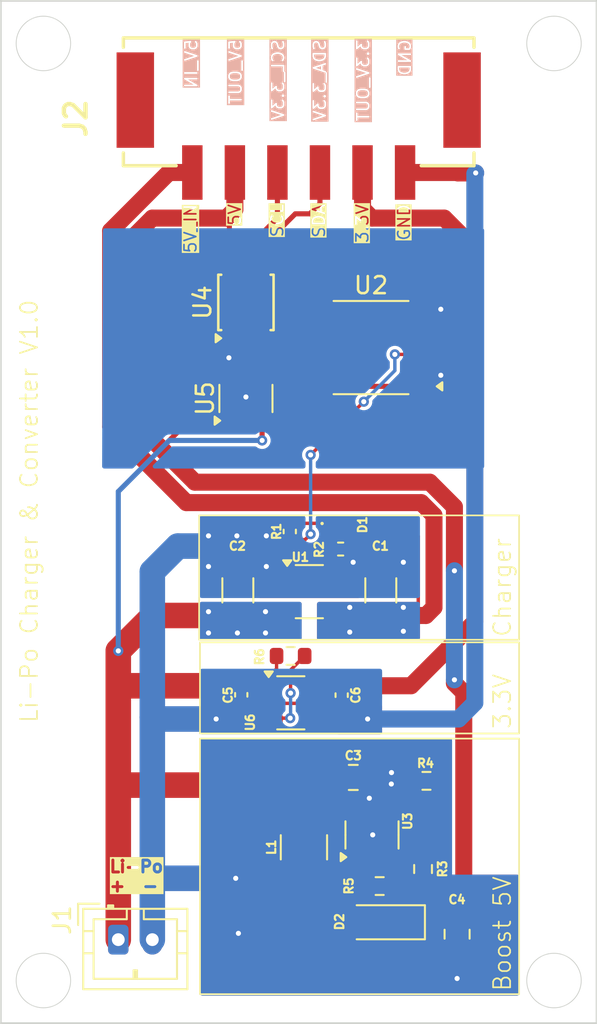
<source format=kicad_pcb>
(kicad_pcb (version 20241229) (generator "pcbnew") (generator_version "9.0")
  (layers (0 "F.Cu" signal) (2 "B.Cu" signal) (13 "F.Paste" user) (15 "B.Paste" user) (5 "F.SilkS" user "F.Silkscreen") (7 "B.SilkS" user "B.Silkscreen") (1 "F.Mask" user) (3 "B.Mask" user) (25 "Edge.Cuts" user))
  (net 0 "")
  (net 1 "Vbat")
  (net 2 "GND")
  (net 3 "3.3V")
  (net 4 "Charging_Status")
  (net 5 "SDA 3.3V")
  (net 6 "SCL 3.3V")
  (net 7 "5V")
  (net 8 "5V Charger")
  (net 11 "Net-(D1-K)")
  (net 12 "Net-(U1-PROG)")
  (net 21 "Net-(U3-SW)")
  (net 22 "Net-(U3-FB)")
  (net 23 "Net-(U6-EN)")
  (net 24 "Net-(U4-SCLA)")
  (net 25 "Net-(U4-SDAA)")
  (footprint "Resistor_SMD:R_0603_1608Metric" (layer "F.Cu") (at 109.5575 71.955 -90)
    (property "Reference" "R3" (at -0.005 -1.1425 90) (layer "F.SilkS") (effects (font (size 0.5 0.5) (thickness 0.125))))
    (property "Value" "5.62KΩ")
    (fp_line (start -0.237258 0.5225) (end 0.237258 0.5225) (stroke (width 0.12)) (layer "F.SilkS"))
    (fp_line (start -0.237258 -0.5225) (end 0.237258 -0.5225) (stroke (width 0.12)) (layer "F.SilkS"))
    (pad "1" smd roundrect (at -0.825 0 270) (size 0.8 0.95) (layers "F.Cu" "F.Mask" "F.Paste") (net 22 "Net-(U3-FB)"))
    (pad "2" smd roundrect (at 0.825 0 270) (size 0.8 0.95) (layers "F.Cu" "F.Mask" "F.Paste") (net 7 "5V"))
  )
  (footprint "Package_SO:TSSOP-16_4.4x5mm_P0.65mm" (layer "F.Cu") (at 106.5 41.35 180)
    (property "Reference" "U2" (at 0 3.65 0) (layer "F.SilkS"))
    (property "Value" "PCA6408APW_118")
    (fp_line (start 0 2.735) (end 2.2 2.735) (stroke (width 0.12)) (layer "F.SilkS"))
    (fp_line (start 0 2.735) (end -2.2 2.735) (stroke (width 0.12)) (layer "F.SilkS"))
    (fp_line (start 0 -2.735) (end 2.2 -2.735) (stroke (width 0.12)) (layer "F.SilkS"))
    (fp_line (start 0 -2.735) (end -2.2 -2.735) (stroke (width 0.12)) (layer "F.SilkS"))
    (fp_poly (pts (xy -3.86 -2.275) (xy -4.19 -2.515) (xy -4.19 -2.035) (xy -3.86 -2.275)) (stroke (width 0.12)) (fill yes) (layer "F.SilkS"))
    (pad "1" smd roundrect (at -2.8625 -2.275 180) (size 1.475 0.4) (layers "F.Cu" "F.Mask" "F.Paste") (net 3 "3.3V"))
    (pad "2" smd roundrect (at -2.8625 -1.625 180) (size 1.475 0.4) (layers "F.Cu" "F.Mask" "F.Paste") (net 2 "GND"))
    (pad "3" smd roundrect (at -2.8625 -0.975 180) (size 1.475 0.4) (layers "F.Cu" "F.Mask" "F.Paste") (net 3 "3.3V"))
    (pad "4" smd roundrect (at -2.8625 -0.325 180) (size 1.475 0.4) (layers "F.Cu" "F.Mask" "F.Paste") (net 4 "Charging_Status"))
    (pad "5" smd roundrect (at -2.8625 0.325 180) (size 1.475 0.4) (layers "F.Cu" "F.Mask" "F.Paste"))
    (pad "6" smd roundrect (at -2.8625 0.975 180) (size 1.475 0.4) (layers "F.Cu" "F.Mask" "F.Paste"))
    (pad "7" smd roundrect (at -2.8625 1.625 180) (size 1.475 0.4) (layers "F.Cu" "F.Mask" "F.Paste"))
    (pad "8" smd roundrect (at -2.8625 2.275 180) (size 1.475 0.4) (layers "F.Cu" "F.Mask" "F.Paste") (net 2 "GND"))
    (pad "9" smd roundrect (at 2.8625 2.275 180) (size 1.475 0.4) (layers "F.Cu" "F.Mask" "F.Paste"))
    (pad "10" smd roundrect (at 2.8625 1.625 180) (size 1.475 0.4) (layers "F.Cu" "F.Mask" "F.Paste"))
    (pad "11" smd roundrect (at 2.8625 0.975 180) (size 1.475 0.4) (layers "F.Cu" "F.Mask" "F.Paste"))
    (pad "12" smd roundrect (at 2.8625 0.325 180) (size 1.475 0.4) (layers "F.Cu" "F.Mask" "F.Paste"))
    (pad "13" smd roundrect (at 2.8625 -0.325 180) (size 1.475 0.4) (layers "F.Cu" "F.Mask" "F.Paste"))
    (pad "14" smd roundrect (at 2.8625 -0.975 180) (size 1.475 0.4) (layers "F.Cu" "F.Mask" "F.Paste") (net 6 "SCL 3.3V"))
    (pad "15" smd roundrect (at 2.8625 -1.625 180) (size 1.475 0.4) (layers "F.Cu" "F.Mask" "F.Paste") (net 5 "SDA 3.3V"))
    (pad "16" smd roundrect (at 2.8625 -2.275 180) (size 1.475 0.4) (layers "F.Cu" "F.Mask" "F.Paste") (net 3 "3.3V"))
  )
  (footprint "Resistor_SMD:R_0603_1608Metric" (layer "F.Cu") (at 107.0075 72.955 180)
    (property "Reference" "R5" (at 1.8075 0.005 90) (layer "F.SilkS") (effects (font (size 0.5 0.5) (thickness 0.125))))
    (property "Value" "1.87KΩ")
    (fp_line (start -0.237258 0.5225) (end 0.237258 0.5225) (stroke (width 0.12)) (layer "F.SilkS"))
    (fp_line (start -0.237258 -0.5225) (end 0.237258 -0.5225) (stroke (width 0.12)) (layer "F.SilkS"))
    (pad "1" smd roundrect (at -0.825 0 180) (size 0.8 0.95) (layers "F.Cu" "F.Mask" "F.Paste") (net 22 "Net-(U3-FB)"))
    (pad "2" smd roundrect (at 0.825 0 180) (size 0.8 0.95) (layers "F.Cu" "F.Mask" "F.Paste") (net 2 "GND"))
  )
  (footprint "Resistor_SMD:R_0603_1608Metric" (layer "F.Cu") (at 101.775 59.45)
    (property "Reference" "R6" (at -1.825 0.05 90) (layer "F.SilkS") (effects (font (size 0.5 0.5) (thickness 0.125))))
    (property "Value" "10KΩ")
    (fp_line (start -0.237258 -0.5225) (end 0.237258 -0.5225) (stroke (width 0.12)) (layer "F.SilkS"))
    (fp_line (start -0.237258 0.5225) (end 0.237258 0.5225) (stroke (width 0.12)) (layer "F.SilkS"))
    (pad "1" smd roundrect (at -0.825 0) (size 0.8 0.95) (layers "F.Cu" "F.Mask" "F.Paste") (net 1 "Vbat"))
    (pad "2" smd roundrect (at 0.825 0) (size 0.8 0.95) (layers "F.Cu" "F.Mask" "F.Paste") (net 23 "Net-(U6-EN)"))
  )
  (footprint "Package_TO_SOT_SMD:TSOT-23-5" (layer "F.Cu") (at 106.5575 69.955 90)
    (property "Reference" "U3" (at 0.805 2.0925 90) (layer "F.SilkS") (effects (font (size 0.5 0.5) (thickness 0.125))))
    (property "Value" "MIC2288YD5-TR")
    (fp_line (start 0 -1.56) (end 0.8 -1.56) (stroke (width 0.12)) (layer "F.SilkS"))
    (fp_line (start 0 -1.56) (end -0.8 -1.56) (stroke (width 0.12)) (layer "F.SilkS"))
    (fp_line (start 0 1.56) (end 0.8 1.56) (stroke (width 0.12)) (layer "F.SilkS"))
    (fp_line (start 0 1.56) (end -0.8 1.56) (stroke (width 0.12)) (layer "F.SilkS"))
    (fp_poly (pts (xy -1.3 -1.51) (xy -1.54 -1.84) (xy -1.06 -1.84) (xy -1.3 -1.51)) (stroke (width 0.12)) (fill yes) (layer "F.SilkS"))
    (pad "1" smd roundrect (at -1.1375 -0.95 90) (size 1.325 0.6) (layers "F.Cu" "F.Mask" "F.Paste") (net 21 "Net-(U3-SW)"))
    (pad "2" smd roundrect (at -1.1375 0 90) (size 1.325 0.6) (layers "F.Cu" "F.Mask" "F.Paste") (net 2 "GND"))
    (pad "3" smd roundrect (at -1.1375 0.95 90) (size 1.325 0.6) (layers "F.Cu" "F.Mask" "F.Paste") (net 22 "Net-(U3-FB)"))
    (pad "4" smd roundrect (at 1.1375 0.95 90) (size 1.325 0.6) (layers "F.Cu" "F.Mask" "F.Paste") (net 1 "Vbat"))
    (pad "5" smd roundrect (at 1.1375 -0.95 90) (size 1.325 0.6) (layers "F.Cu" "F.Mask" "F.Paste") (net 1 "Vbat"))
  )
  (footprint "Capacitor_SMD:C_0805_2012Metric" (layer "F.Cu") (at 105.4575 66.58)
    (property "Reference" "C3" (at 0 -1.28 0) (layer "F.SilkS") (effects (font (size 0.5 0.5) (thickness 0.125))))
    (property "Value" "4.7uF 6.3V")
    (fp_line (start -0.261252 -0.735) (end 0.261252 -0.735) (stroke (width 0.12)) (layer "F.SilkS"))
    (fp_line (start -0.261252 0.735) (end 0.261252 0.735) (stroke (width 0.12)) (layer "F.SilkS"))
    (pad "1" smd roundrect (at -0.95 0) (size 1 1.45) (layers "F.Cu" "F.Mask" "F.Paste") (net 1 "Vbat"))
    (pad "2" smd roundrect (at 0.95 0) (size 1 1.45) (layers "F.Cu" "F.Mask" "F.Paste") (net 2 "GND"))
  )
  (footprint "Resistor_SMD:R_0402_1005Metric" (layer "F.Cu") (at 104.715 53.175)
    (property "Reference" "R2" (at -1.265 0.025 90) (layer "F.SilkS") (effects (font (size 0.5 0.5) (thickness 0.125))))
    (property "Value" "2K")
    (fp_line (start -0.153641 -0.38) (end 0.153641 -0.38) (stroke (width 0.12)) (layer "F.SilkS"))
    (fp_line (start -0.153641 0.38) (end 0.153641 0.38) (stroke (width 0.12)) (layer "F.SilkS"))
    (pad "1" smd roundrect (at -0.51 0) (size 0.54 0.64) (layers "F.Cu" "F.Mask" "F.Paste") (net 12 "Net-(U1-PROG)"))
    (pad "2" smd roundrect (at 0.51 0) (size 0.54 0.64) (layers "F.Cu" "F.Mask" "F.Paste") (net 2 "GND"))
  )
  (footprint "Capacitor_SMD:C_1210_3225Metric" (layer "F.Cu") (at 102.5575 70.68 -90)
    (property "Reference" "L1" (at 0 1.9075 90) (layer "F.SilkS") (effects (font (size 0.5 0.5) (thickness 0.125))))
    (property "Value" "4.7uH 650mA")
    (fp_line (start -0.711252 1.36) (end 0.711252 1.36) (stroke (width 0.12)) (layer "F.SilkS"))
    (fp_line (start -0.711252 -1.36) (end 0.711252 -1.36) (stroke (width 0.12)) (layer "F.SilkS"))
    (pad "1" smd roundrect (at -1.475 0 270) (size 1.15 2.7) (layers "F.Cu" "F.Mask" "F.Paste") (roundrect_rratio 0.217391) (net 1 "Vbat"))
    (pad "2" smd roundrect (at 1.475 0 270) (size 1.15 2.7) (layers "F.Cu" "F.Mask" "F.Paste") (roundrect_rratio 0.217391) (net 21 "Net-(U3-SW)"))
  )
  (footprint "Diode_SMD:D_SOD-123" (layer "F.Cu") (at 107.3075 75.08 180)
    (property "Reference" "D2" (at 2.6575 0.03 90) (layer "F.SilkS") (effects (font (size 0.5 0.5) (thickness 0.125))))
    (property "Value" "MBRM140T3G")
    (fp_line (start -2.36 1) (end 1.65 1) (stroke (width 0.12)) (layer "F.SilkS"))
    (fp_line (start -2.36 -1) (end 1.65 -1) (stroke (width 0.12)) (layer "F.SilkS"))
    (fp_line (start -2.36 -1) (end -2.36 1) (stroke (width 0.12)) (layer "F.SilkS"))
    (pad "1" smd roundrect (at -1.65 0 180) (size 0.9 1.2) (layers "F.Cu" "F.Mask" "F.Paste") (net 7 "5V"))
    (pad "2" smd roundrect (at 1.65 0 180) (size 0.9 1.2) (layers "F.Cu" "F.Mask" "F.Paste") (net 21 "Net-(U3-SW)"))
  )
  (footprint "Package_SO:TSSOP-8_3x3mm_P0.65mm" (layer "F.Cu") (at 99.15 38.7 90)
    (property "Reference" "U4" (at 0 -2.55 90) (layer "F.SilkS"))
    (property "Value" "~")
    (fp_line (start 1.625 -1.625) (end 1.625 -1.45) (stroke (width 0.15)) (layer "F.SilkS"))
    (fp_line (start -1.625 -1.625) (end 1.625 -1.625) (stroke (width 0.15)) (layer "F.SilkS"))
    (fp_line (start -1.625 -1.625) (end -1.625 -1.45) (stroke (width 0.15)) (layer "F.SilkS"))
    (fp_line (start 1.625 1.45) (end 1.625 1.625) (stroke (width 0.15)) (layer "F.SilkS"))
    (fp_line (start -1.625 1.45) (end -1.625 1.625) (stroke (width 0.15)) (layer "F.SilkS"))
    (fp_line (start -1.625 1.625) (end 1.625 1.625) (stroke (width 0.15)) (layer "F.SilkS"))
    (fp_poly (pts (xy -2.1 -1.45) (xy -2.34 -1.78) (xy -1.86 -1.78) (xy -2.1 -1.45)) (stroke (width 0.12)) (fill yes) (layer "F.SilkS"))
    (pad "1" smd rect (at -2.15 -0.975 90) (size 1.1 0.4) (layers "F.Cu" "F.Mask" "F.Paste") (net 2 "GND"))
    (pad "2" smd rect (at -2.15 -0.325 90) (size 1.1 0.4) (layers "F.Cu" "F.Mask" "F.Paste") (net 7 "5V"))
    (pad "3" smd rect (at -2.15 0.325 90) (size 1.1 0.4) (layers "F.Cu" "F.Mask" "F.Paste") (net 24 "Net-(U4-SCLA)"))
    (pad "4" smd rect (at -2.15 0.975 90) (size 1.1 0.4) (layers "F.Cu" "F.Mask" "F.Paste") (net 25 "Net-(U4-SDAA)"))
    (pad "5" smd rect (at 2.15 0.975 90) (size 1.1 0.4) (layers "F.Cu" "F.Mask" "F.Paste") (net 5 "SDA 3.3V"))
    (pad "6" smd rect (at 2.15 0.325 90) (size 1.1 0.4) (layers "F.Cu" "F.Mask" "F.Paste") (net 6 "SCL 3.3V"))
    (pad "7" smd rect (at 2.15 -0.325 90) (size 1.1 0.4) (layers "F.Cu" "F.Mask" "F.Paste") (net 3 "3.3V"))
    (pad "8" smd rect (at 2.15 -0.975 90) (size 1.1 0.4) (layers "F.Cu" "F.Mask" "F.Paste") (net 7 "5V"))
  )
  (footprint "Package_TO_SOT_SMD:SOT-23-5" (layer "F.Cu") (at 102.875 55.675)
    (property "Reference" "U1" (at -0.525 -2.025 0) (layer "F.SilkS") (effects (font (size 0.5 0.5) (thickness 0.125))))
    (property "Value" "MCP73832-2-OT")
    (fp_line (start 0 -1.56) (end -0.8 -1.56) (stroke (width 0.12)) (layer "F.SilkS"))
    (fp_line (start 0 -1.56) (end 0.8 -1.56) (stroke (width 0.12)) (layer "F.SilkS"))
    (fp_line (start 0 1.56) (end -0.8 1.56) (stroke (width 0.12)) (layer "F.SilkS"))
    (fp_line (start 0 1.56) (end 0.8 1.56) (stroke (width 0.12)) (layer "F.SilkS"))
    (fp_poly (pts (xy -1.3 -1.51) (xy -1.54 -1.84) (xy -1.06 -1.84) (xy -1.3 -1.51)) (stroke (width 0.12)) (fill yes) (layer "F.SilkS"))
    (pad "1" smd roundrect (at -1.1375 -0.95) (size 1.325 0.6) (layers "F.Cu" "F.Mask" "F.Paste") (net 4 "Charging_Status"))
    (pad "2" smd roundrect (at -1.1375 0) (size 1.325 0.6) (layers "F.Cu" "F.Mask" "F.Paste") (net 2 "GND"))
    (pad "3" smd roundrect (at -1.1375 0.95) (size 1.325 0.6) (layers "F.Cu" "F.Mask" "F.Paste") (net 1 "Vbat"))
    (pad "4" smd roundrect (at 1.1375 0.95) (size 1.325 0.6) (layers "F.Cu" "F.Mask" "F.Paste") (net 8 "5V Charger"))
    (pad "5" smd roundrect (at 1.1375 -0.95) (size 1.325 0.6) (layers "F.Cu" "F.Mask" "F.Paste") (net 12 "Net-(U1-PROG)"))
  )
  (footprint "footprints:1814951" (layer "F.Cu") (at 102.25 27.925 180)
    (property "Reference" "J2" (at 13.1 0.025 90) (layer "F.SilkS") (effects (font (size 1.27 1.27) (thickness 0.254))))
    (property "Value" "1814951" (hide yes))
    (fp_line (start 10.3 4.75) (end 10.3 4.2) (stroke (width 0.2)) (layer "F.SilkS"))
    (fp_line (start 10.3 -2) (end 10.3 -2.75) (stroke (width 0.2)) (layer "F.SilkS"))
    (fp_line (start 10.3 -2.75) (end 7.2 -2.75) (stroke (width 0.2)) (layer "F.SilkS"))
    (fp_line (start -6.25 -5.3) (end -6.25 -5.3) (stroke (width 0.1)) (layer "F.SilkS"))
    (fp_line (start -6.25 -5.4) (end -6.25 -5.4) (stroke (width 0.1)) (layer "F.SilkS"))
    (fp_line (start -7.2 -2.75) (end -10.3 -2.75) (stroke (width 0.2)) (layer "F.SilkS"))
    (fp_line (start -10.3 4.75) (end 10.3 4.75) (stroke (width 0.2)) (layer "F.SilkS"))
    (fp_line (start -10.3 4.2) (end -10.3 4.75) (stroke (width 0.2)) (layer "F.SilkS"))
    (fp_line (start -10.3 -2.75) (end -10.3 -2) (stroke (width 0.2)) (layer "F.SilkS"))
    (fp_arc (start -6.25 -5.3) (mid -6.3 -5.35) (end -6.25 -5.4) (stroke (width 0.1)) (layer "F.SilkS"))
    (fp_arc (start -6.25 -5.4) (mid -6.2 -5.35) (end -6.25 -5.3) (stroke (width 0.1)) (layer "F.SilkS"))
    (pad "1" smd rect (at -6.25 -3.15 180) (size 1.2 3.2) (layers "F.Cu" "F.Mask" "F.Paste") (net 2 "GND"))
    (pad "2" smd rect (at -3.75 -3.15 180) (size 1.2 3.2) (layers "F.Cu" "F.Mask" "F.Paste") (net 3 "3.3V"))
    (pad "3" smd rect (at -1.25 -3.15 180) (size 1.2 3.2) (layers "F.Cu" "F.Mask" "F.Paste") (net 5 "SDA 3.3V"))
    (pad "4" smd rect (at 1.25 -3.15 180) (size 1.2 3.2) (layers "F.Cu" "F.Mask" "F.Paste") (net 6 "SCL 3.3V"))
    (pad "5" smd rect (at 3.75 -3.15 180) (size 1.2 3.2) (layers "F.Cu" "F.Mask" "F.Paste") (net 7 "5V"))
    (pad "6" smd rect (at 6.25 -3.15 180) (size 1.2 3.2) (layers "F.Cu" "F.Mask" "F.Paste") (net 8 "5V Charger"))
    (pad "7" smd rect (at -9.6 1.1 180) (size 2.2 5.6) (layers "F.Cu" "F.Mask" "F.Paste"))
    (pad "8" smd rect (at 9.6 1.1 180) (size 2.2 5.6) (layers "F.Cu" "F.Mask" "F.Paste"))
  )
  (footprint "LED_SMD:LED_0402_1005Metric" (layer "F.Cu") (at 104.715 51.675)
    (property "Reference" "D1" (at 1.285 0.075 90) (layer "F.SilkS") (effects (font (size 0.5 0.5) (thickness 0.125))))
    (property "Value" "LED")
    (fp_circle (center -1.09 0) (end -1.04 0) (stroke (width 0.1)) (fill no) (layer "F.SilkS"))
    (pad "1" smd roundrect (at -0.485 0) (size 0.59 0.64) (layers "F.Cu" "F.Mask" "F.Paste") (net 11 "Net-(D1-K)"))
    (pad "2" smd roundrect (at 0.485 0) (size 0.59 0.64) (layers "F.Cu" "F.Mask" "F.Paste") (net 8 "5V Charger"))
  )
  (footprint "Capacitor_SMD:C_1206_3216Metric" (layer "F.Cu") (at 107.075 55.6 90)
    (property "Reference" "C1" (at 2.6 -0.025 0) (layer "F.SilkS") (effects (font (size 0.5 0.5) (thickness 0.125))))
    (property "Value" "4.7uF 6V")
    (fp_line (start -0.711252 -0.91) (end 0.711252 -0.91) (stroke (width 0.12)) (layer "F.SilkS"))
    (fp_line (start -0.711252 0.91) (end 0.711252 0.91) (stroke (width 0.12)) (layer "F.SilkS"))
    (pad "1" smd roundrect (at -1.475 0 90) (size 1.15 1.8) (layers "F.Cu" "F.Mask" "F.Paste") (roundrect_rratio 0.217391) (net 8 "5V Charger"))
    (pad "2" smd roundrect (at 1.475 0 90) (size 1.15 1.8) (layers "F.Cu" "F.Mask" "F.Paste") (roundrect_rratio 0.217391) (net 2 "GND"))
  )
  (footprint "Capacitor_SMD:C_0402_1005Metric" (layer "F.Cu") (at 101.725 52.145 -90)
    (property "Reference" "R1" (at 0 0.775 90) (layer "F.SilkS") (effects (font (size 0.5 0.5) (thickness 0.125))))
    (property "Value" "634")
    (fp_line (start -0.107836 0.36) (end 0.107836 0.36) (stroke (width 0.12)) (layer "F.SilkS"))
    (fp_line (start -0.107836 -0.36) (end 0.107836 -0.36) (stroke (width 0.12)) (layer "F.SilkS"))
    (pad "1" smd roundrect (at -0.48 0 270) (size 0.56 0.62) (layers "F.Cu" "F.Mask" "F.Paste") (net 11 "Net-(D1-K)"))
    (pad "2" smd roundrect (at 0.48 0 270) (size 0.56 0.62) (layers "F.Cu" "F.Mask" "F.Paste") (net 4 "Charging_Status"))
  )
  (footprint "Package_TO_SOT_SMD:TSOT-23-5" (layer "F.Cu") (at 99.15 44.3375 90)
    (property "Reference" "U5" (at 0 -2.4 90) (layer "F.SilkS"))
    (property "Value" "MCP3021A2T-E/OT")
    (fp_line (start 0 -1.56) (end 0.8 -1.56) (stroke (width 0.12)) (layer "F.SilkS"))
    (fp_line (start 0 -1.56) (end -0.8 -1.56) (stroke (width 0.12)) (layer "F.SilkS"))
    (fp_line (start 0 1.56) (end 0.8 1.56) (stroke (width 0.12)) (layer "F.SilkS"))
    (fp_line (start 0 1.56) (end -0.8 1.56) (stroke (width 0.12)) (layer "F.SilkS"))
    (fp_poly (pts (xy -1.3 -1.51) (xy -1.54 -1.84) (xy -1.06 -1.84) (xy -1.3 -1.51)) (stroke (width 0.12)) (fill yes) (layer "F.SilkS"))
    (pad "1" smd roundrect (at -1.1375 -0.95 90) (size 1.325 0.6) (layers "F.Cu" "F.Mask" "F.Paste") (net 7 "5V"))
    (pad "2" smd roundrect (at -1.1375 0 90) (size 1.325 0.6) (layers "F.Cu" "F.Mask" "F.Paste") (net 2 "GND"))
    (pad "3" smd roundrect (at -1.1375 0.95 90) (size 1.325 0.6) (layers "F.Cu" "F.Mask" "F.Paste") (net 1 "Vbat"))
    (pad "4" smd roundrect (at 1.1375 0.95 90) (size 1.325 0.6) (layers "F.Cu" "F.Mask" "F.Paste") (net 25 "Net-(U4-SDAA)"))
    (pad "5" smd roundrect (at 1.1375 -0.95 90) (size 1.325 0.6) (layers "F.Cu" "F.Mask" "F.Paste") (net 24 "Net-(U4-SCLA)"))
  )
  (footprint "Capacitor_SMD:C_0805_2012Metric" (layer "F.Cu") (at 111.5575 75.78 -90)
    (property "Reference" "C4" (at -2.03 0.0075 180) (layer "F.SilkS") (effects (font (size 0.5 0.5) (thickness 0.125))))
    (property "Value" "22uF 6.3V")
    (fp_line (start -0.261252 0.735) (end 0.261252 0.735) (stroke (width 0.12)) (layer "F.SilkS"))
    (fp_line (start -0.261252 -0.735) (end 0.261252 -0.735) (stroke (width 0.12)) (layer "F.SilkS"))
    (pad "1" smd roundrect (at -0.95 0 270) (size 1 1.45) (layers "F.Cu" "F.Mask" "F.Paste") (net 7 "5V"))
    (pad "2" smd roundrect (at 0.95 0 270) (size 1 1.45) (layers "F.Cu" "F.Mask" "F.Paste") (net 2 "GND"))
  )
  (footprint "Connector_JST:JST_PH_B2B-PH-K_1x02_P2.00mm_Vertical" (layer "F.Cu") (at 91.65 76.1)
    (property "Reference" "J1" (at -3.3 -1.15 90) (layer "F.SilkS"))
    (property "Value" "B2B-PH-K-SLFSN")
    (fp_line (start -2.36 -2.11) (end -2.36 -0.86) (stroke (width 0.12)) (layer "F.SilkS"))
    (fp_line (start -2.06 -1.81) (end -2.06 2.91) (stroke (width 0.12)) (layer "F.SilkS"))
    (fp_line (start -2.06 -0.5) (end -1.45 -0.5) (stroke (width 0.12)) (layer "F.SilkS"))
    (fp_line (start -2.06 0.8) (end -1.45 0.8) (stroke (width 0.12)) (layer "F.SilkS"))
    (fp_line (start -2.06 2.91) (end 4.06 2.91) (stroke (width 0.12)) (layer "F.SilkS"))
    (fp_line (start -1.45 -1.2) (end -1.45 2.3) (stroke (width 0.12)) (layer "F.SilkS"))
    (fp_line (start -1.45 2.3) (end 3.45 2.3) (stroke (width 0.12)) (layer "F.SilkS"))
    (fp_line (start -1.11 -2.11) (end -2.36 -2.11) (stroke (width 0.12)) (layer "F.SilkS"))
    (fp_line (start -0.6 -2.01) (end -0.6 -1.81) (stroke (width 0.12)) (layer "F.SilkS"))
    (fp_line (start -0.3 -2.01) (end -0.6 -2.01) (stroke (width 0.12)) (layer "F.SilkS"))
    (fp_line (start -0.3 -1.91) (end -0.6 -1.91) (stroke (width 0.12)) (layer "F.SilkS"))
    (fp_line (start -0.3 -1.81) (end -0.3 -2.01) (stroke (width 0.12)) (layer "F.SilkS"))
    (fp_line (start 0.5 -1.81) (end 0.5 -1.2) (stroke (width 0.12)) (layer "F.SilkS"))
    (fp_line (start 0.5 -1.2) (end -1.45 -1.2) (stroke (width 0.12)) (layer "F.SilkS"))
    (fp_line (start 0.9 1.8) (end 1.1 1.8) (stroke (width 0.12)) (layer "F.SilkS"))
    (fp_line (start 0.9 2.3) (end 0.9 1.8) (stroke (width 0.12)) (layer "F.SilkS"))
    (fp_line (start 1 2.3) (end 1 1.8) (stroke (width 0.12)) (layer "F.SilkS"))
    (fp_line (start 1.1 1.8) (end 1.1 2.3) (stroke (width 0.12)) (layer "F.SilkS"))
    (fp_line (start 1.5 -1.2) (end 1.5 -1.81) (stroke (width 0.12)) (layer "F.SilkS"))
    (fp_line (start 3.45 -1.2) (end 1.5 -1.2) (stroke (width 0.12)) (layer "F.SilkS"))
    (fp_line (start 3.45 2.3) (end 3.45 -1.2) (stroke (width 0.12)) (layer "F.SilkS"))
    (fp_line (start 4.06 -1.81) (end -2.06 -1.81) (stroke (width 0.12)) (layer "F.SilkS"))
    (fp_line (start 4.06 -0.5) (end 3.45 -0.5) (stroke (width 0.12)) (layer "F.SilkS"))
    (fp_line (start 4.06 0.8) (end 3.45 0.8) (stroke (width 0.12)) (layer "F.SilkS"))
    (fp_line (start 4.06 2.91) (end 4.06 -1.81) (stroke (width 0.12)) (layer "F.SilkS"))
    (pad "1" thru_hole roundrect (at 0 0) (size 1.2 1.75) (drill 0.75) (layers "*.Cu" "*.Mask") (roundrect_rratio 0.208333) (net 1 "Vbat"))
    (pad "2" thru_hole oval (at 2 0) (size 1.2 1.75) (drill 0.75) (layers "*.Cu" "*.Mask") (net 2 "GND"))
  )
  (footprint "Capacitor_SMD:C_0402_1005Metric" (layer "F.Cu") (at 104.775 61.75 -90)
    (property "Reference" "C6" (at 0 -0.825 90) (layer "F.SilkS") (effects (font (size 0.5 0.5) (thickness 0.125))))
    (property "Value" "1uF")
    (fp_line (start -0.107836 0.36) (end 0.107836 0.36) (stroke (width 0.12)) (layer "F.SilkS"))
    (fp_line (start -0.107836 -0.36) (end 0.107836 -0.36) (stroke (width 0.12)) (layer "F.SilkS"))
    (pad "1" smd roundrect (at -0.48 0 270) (size 0.56 0.62) (layers "F.Cu" "F.Mask" "F.Paste") (net 3 "3.3V"))
    (pad "2" smd roundrect (at 0.48 0 270) (size 0.56 0.62) (layers "F.Cu" "F.Mask" "F.Paste") (net 2 "GND"))
  )
  (footprint "Resistor_SMD:R_0603_1608Metric" (layer "F.Cu") (at 109.7575 66.78)
    (property "Reference" "R4" (at -0.0575 -1.03 0) (layer "F.SilkS") (effects (font (size 0.5 0.5) (thickness 0.125))))
    (property "Value" "10KΩ")
    (fp_line (start -0.237258 -0.5225) (end 0.237258 -0.5225) (stroke (width 0.12)) (layer "F.SilkS"))
    (fp_line (start -0.237258 0.5225) (end 0.237258 0.5225) (stroke (width 0.12)) (layer "F.SilkS"))
    (pad "1" smd roundrect (at -0.825 0) (size 0.8 0.95) (layers "F.Cu" "F.Mask" "F.Paste") (net 2 "GND"))
    (pad "2" smd roundrect (at 0.825 0) (size 0.8 0.95) (layers "F.Cu" "F.Mask" "F.Paste") (net 1 "Vbat"))
  )
  (footprint "Capacitor_SMD:C_1206_3216Metric" (layer "F.Cu") (at 98.675 55.6 90)
    (property "Reference" "C2" (at 2.6 -0.025 0) (layer "F.SilkS") (effects (font (size 0.5 0.5) (thickness 0.125))))
    (property "Value" "4.7uF 6V")
    (fp_line (start -0.711252 -0.91) (end 0.711252 -0.91) (stroke (width 0.12)) (layer "F.SilkS"))
    (fp_line (start -0.711252 0.91) (end 0.711252 0.91) (stroke (width 0.12)) (layer "F.SilkS"))
    (pad "1" smd roundrect (at -1.475 0 90) (size 1.15 1.8) (layers "F.Cu" "F.Mask" "F.Paste") (roundrect_rratio 0.217391) (net 1 "Vbat"))
    (pad "2" smd roundrect (at 1.475 0 90) (size 1.15 1.8) (layers "F.Cu" "F.Mask" "F.Paste") (roundrect_rratio 0.217391) (net 2 "GND"))
  )
  (footprint "Capacitor_SMD:C_0402_1005Metric" (layer "F.Cu") (at 98.875 61.73 -90)
    (property "Reference" "C5" (at 0.02 0.775 90) (layer "F.SilkS") (effects (font (size 0.5 0.5) (thickness 0.125))))
    (property "Value" "1uF")
    (fp_line (start -0.107836 0.36) (end 0.107836 0.36) (stroke (width 0.12)) (layer "F.SilkS"))
    (fp_line (start -0.107836 -0.36) (end 0.107836 -0.36) (stroke (width 0.12)) (layer "F.SilkS"))
    (pad "1" smd roundrect (at -0.48 0 270) (size 0.56 0.62) (layers "F.Cu" "F.Mask" "F.Paste") (net 1 "Vbat"))
    (pad "2" smd roundrect (at 0.48 0 270) (size 0.56 0.62) (layers "F.Cu" "F.Mask" "F.Paste") (net 2 "GND"))
  )
  (footprint "Package_TO_SOT_SMD:SOT-23-5" (layer "F.Cu") (at 101.7875 62.2)
    (property "Reference" "U6" (at -2.3875 1.15 270) (layer "F.SilkS") (effects (font (size 0.5 0.5) (thickness 0.125))))
    (property "Value" "MIC5504-3.3YM5")
    (fp_line (start 0 -1.56) (end -0.8 -1.56) (stroke (width 0.12)) (layer "F.SilkS"))
    (fp_line (start 0 -1.56) (end 0.8 -1.56) (stroke (width 0.12)) (layer "F.SilkS"))
    (fp_line (start 0 1.56) (end -0.8 1.56) (stroke (width 0.12)) (layer "F.SilkS"))
    (fp_line (start 0 1.56) (end 0.8 1.56) (stroke (width 0.12)) (layer "F.SilkS"))
    (fp_poly (pts (xy -1.3 -1.51) (xy -1.54 -1.84) (xy -1.06 -1.84) (xy -1.3 -1.51)) (stroke (width 0.12)) (fill yes) (layer "F.SilkS"))
    (pad "1" smd roundrect (at -1.1375 -0.95) (size 1.325 0.6) (layers "F.Cu" "F.Mask" "F.Paste") (net 1 "Vbat"))
    (pad "2" smd roundrect (at -1.1375 0) (size 1.325 0.6) (layers "F.Cu" "F.Mask" "F.Paste") (net 2 "GND"))
    (pad "3" smd roundrect (at -1.1375 0.95) (size 1.325 0.6) (layers "F.Cu" "F.Mask" "F.Paste") (net 23 "Net-(U6-EN)"))
    (pad "4" smd roundrect (at 1.1375 0.95) (size 1.325 0.6) (layers "F.Cu" "F.Mask" "F.Paste"))
    (pad "5" smd roundrect (at 1.1375 -0.95) (size 1.325 0.6) (layers "F.Cu" "F.Mask" "F.Paste") (net 3 "3.3V"))
  )
  (gr_rect (start 96.4 51.2) (end 115.2 58.5) (stroke (width 0.1)) (fill no) (layer "F.SilkS"))
  (gr_rect (start 96.45 58.65) (end 115.2 64) (stroke (width 0.1)) (fill no) (layer "F.SilkS"))
  (gr_rect (start 96.45 64.3) (end 115.2 79.3) (stroke (width 0.1)) (fill no) (layer "F.SilkS"))
  (gr_circle (center 87.25 23.5) (end 88.85 23.5) (stroke (width 0.05)) (fill no) (layer "Edge.Cuts"))
  (gr_circle (center 117.25 23.5) (end 118.85 23.5) (stroke (width 0.05)) (fill no) (layer "Edge.Cuts"))
  (gr_rect (start 84.75 21) (end 119.75 81) (stroke (width 0.1)) (fill no) (layer "Edge.Cuts"))
  (gr_circle (center 87.25 78.5) (end 88.85 78.5) (stroke (width 0.05)) (fill no) (layer "Edge.Cuts"))
  (gr_circle (center 117.25 78.5) (end 118.85 78.5) (stroke (width 0.05)) (fill no) (layer "Edge.Cuts"))
  (gr_text "SDA" (at 103.85 34.966668 90) (layer "F.SilkS" knockout) (effects (font (size 0.7 0.7) (thickness 0.1)) (justify left bottom)))
  (gr_text "Charger" (at 114.8 58.4 90) (layer "F.SilkS") (effects (font (size 1 1) (thickness 0.1)) (justify left bottom)))
  (gr_text "SCL" (at 101.4 34.933335 90) (layer "F.SilkS" knockout) (effects (font (size 0.7 0.7) (thickness 0.1)) (justify left bottom)))
  (gr_text "Li-Po\n+  -" (at 91.05 73.35 0) (layer "F.SilkS" knockout) (effects (font (size 0.7 0.7) (thickness 0.175) (bold yes)) (justify left bottom)))
  (gr_text "5V" (at 98.9 34.266668 90) (layer "F.SilkS" knockout) (effects (font (size 0.7 0.7) (thickness 0.1)) (justify left bottom)))
  (gr_text "3.3V" (at 114.8 63.8 90) (layer "F.SilkS") (effects (font (size 1 1) (thickness 0.1)) (justify left bottom)))
  (gr_text "GND" (at 108.85 35.133334 90) (layer "F.SilkS" knockout) (effects (font (size 0.7 0.7) (thickness 0.1)) (justify left bottom)))
  (gr_text "Li-Po Charger & Converter V1.0" (at 87 63.45 90) (layer "F.SilkS") (effects (font (size 1 1) (thickness 0.1)) (justify left bottom)))
  (gr_text "5V_IN" (at 96.3 35.866667 90) (layer "F.SilkS" knockout) (effects (font (size 0.7 0.7) (thickness 0.1)) (justify left bottom)))
  (gr_text "Boost 5V" (at 114.8 79.2 90) (layer "F.SilkS") (effects (font (size 1 1) (thickness 0.1)) (justify left bottom)))
  (gr_text "3.3V" (at 106.4 35.266668 90) (layer "F.SilkS" knockout) (effects (font (size 0.7 0.7) (thickness 0.1)) (justify left bottom)))
  (gr_text "GND" (at 108.9 23.2 90) (layer "B.SilkS" knockout) (effects (font (size 0.7 0.7) (thickness 0.1)) (justify left bottom mirror)))
  (gr_text "3.3V_OUT" (at 106.45 23.2 90) (layer "B.SilkS" knockout) (effects (font (size 0.7 0.7) (thickness 0.1)) (justify left bottom mirror)))
  (gr_text "5V_OUT" (at 98.95 23.2 90) (layer "B.SilkS" knockout) (effects (font (size 0.7 0.7) (thickness 0.1)) (justify left bottom mirror)))
  (gr_text "5V_IN" (at 96.35 23.2 90) (layer "B.SilkS" knockout) (effects (font (size 0.7 0.7) (thickness 0.1)) (justify left bottom mirror)))
  (gr_text "SDA_3.3V" (at 103.9 23.2 90) (layer "B.SilkS" knockout) (effects (font (size 0.7 0.7) (thickness 0.1)) (justify left bottom mirror)))
  (gr_text "SCL_3.3V" (at 101.45 23.2 90) (layer "B.SilkS" knockout) (effects (font (size 0.7 0.7) (thickness 0.1)) (justify left bottom mirror)))
  (segment (start 109.27 68.8175) (end 110.5825 67.505) (width 0.2) (layer "F.Cu") (net 1))
  (segment (start 97.4 61.2) (end 91.7 61.2) (width 1.5) (layer "F.Cu") (net 1))
  (segment (start 105.6075 68.8175) (end 104.72 68.8175) (width 0.2) (layer "F.Cu") (net 1))
  (segment (start 100.65 60.5) (end 100.65 61.25) (width 0.2) (layer "F.Cu") (net 1))
  (segment (start 91.65 61.25) (end 91.65 59.15) (width 1.5) (layer "F.Cu") (net 1))
  (segment (start 91.65 59.15) (end 93.725 57.075) (width 1.5) (layer "F.Cu") (net 1))
  (segment (start 98.7075 67.03) (end 91.72 67.03) (width 1.5) (layer "F.Cu") (net 1))
  (segment (start 100.95 59.45) (end 100.95 60.2) (width 0.2) (layer "F.Cu") (net 1))
  (segment (start 105.6075 68.8175) (end 107.5075 68.8175) (width 0.2) (layer "F.Cu") (net 1))
  (segment (start 91.65 76.1) (end 91.65 67.1) (width 1.5) (layer "F.Cu") (net 1))
  (segment (start 91.7 61.2) (end 91.65 61.25) (width 1.5) (layer "F.Cu") (net 1))
  (segment (start 104.3325 69.205) (end 102.5575 69.205) (width 0.2) (layer "F.Cu") (net 1))
  (segment (start 93.725 57.075) (end 98.675 57.075) (width 1.5) (layer "F.Cu") (net 1))
  (segment (start 110.5825 67.505) (end 110.5825 66.78) (width 0.2) (layer "F.Cu") (net 1))
  (segment (start 91.65 67.1) (end 91.65 61.25) (width 1.5) (layer "F.Cu") (net 1))
  (segment (start 100.95 60.2) (end 100.65 60.5) (width 0.2) (layer "F.Cu") (net 1))
  (segment (start 100.65 61.25) (end 98.875 61.25) (width 0.2) (layer "F.Cu") (net 1))
  (segment (start 91.72 67.03) (end 91.65 67.1) (width 1.5) (layer "F.Cu") (net 1))
  (segment (start 100.1 45.475) (end 100.1 46.8) (width 0.3) (layer "F.Cu") (net 1))
  (segment (start 107.5075 68.8175) (end 109.27 68.8175) (width 0.2) (layer "F.Cu") (net 1))
  (segment (start 104.72 68.8175) (end 104.3325 69.205) (width 0.2) (layer "F.Cu") (net 1))
  (via (at 100.3 58.1) (size 0.6) (drill 0.3) (layers "F.Cu" "B.Cu") (net 1))
  (via (at 91.65 59.15) (size 0.6) (drill 0.3) (layers "F.Cu" "B.Cu") (net 1))
  (via (at 98.65 58.1) (size 0.6) (drill 0.3) (layers "F.Cu" "B.Cu") (net 1))
  (via (at 100.3 56.85) (size 0.6) (drill 0.3) (layers "F.Cu" "B.Cu") (net 1))
  (via (at 96.95 58.1) (size 0.6) (drill 0.3) (layers "F.Cu" "B.Cu") (net 1))
  (via (at 100.1 46.8) (size 0.6) (drill 0.3) (layers "F.Cu" "B.Cu") (net 1))
  (via (at 96.95 56.85) (size 0.6) (drill 0.3) (layers "F.Cu" "B.Cu") (net 1))
  (segment (start 100.1 46.8) (end 94.65 46.8) (width 0.3) (layer "B.Cu") (net 1))
  (segment (start 94.65 46.8) (end 91.65 49.8) (width 0.3) (layer "B.Cu") (net 1))
  (segment (start 91.65 49.8) (end 91.65 59.15) (width 0.3) (layer "B.Cu") (net 1))
  (segment (start 106.1825 72.955) (end 106.1825 73.655) (width 0.2) (layer "F.Cu") (net 2))
  (segment (start 98.175 41.925) (end 98.15 41.95) (width 0.3) (layer "F.Cu") (net 2))
  (segment (start 100.68 62.23) (end 100.65 62.2) (width 0.2) (layer "F.Cu") (net 2))
  (segment (start 99.15 44.25) (end 99.280531 44.25) (width 0.3) (layer "F.Cu") (net 2))
  (segment (start 109.3625 39.075) (end 110.575 39.075) (width 0.3) (layer "F.Cu") (net 2))
  (segment (start 104.775 62.23) (end 100.68 62.23) (width 0.2) (layer "F.Cu") (net 2))
  (segment (start 106.5575 71.98) (end 106.1825 72.355) (width 0.2) (layer "F.Cu") (net 2))
  (segment (start 98.885 62.2) (end 98.875 62.21) (width 0.2) (layer "F.Cu") (net 2))
  (segment (start 110.6 43) (end 110.6 42.975) (width 0.3) (layer "F.Cu") (net 2))
  (segment (start 111.6 31.1) (end 111.575 31.075) (width 1) (layer "F.Cu") (net 2))
  (segment (start 112.65 31.1) (end 111.6 31.1) (width 1) (layer "F.Cu") (net 2))
  (segment (start 109.3625 42.975) (end 110.575 42.975) (width 0.3) (layer "F.Cu") (net 2))
  (segment (start 106.4075 66.58) (end 106.4075 67.7925) (width 0.2) (layer "F.Cu") (net 2))
  (segment (start 110.575 39.075) (end 110.6 39.1) (width 0.3) (layer "F.Cu") (net 2))
  (segment (start 100.65 62.2) (end 98.885 62.2) (width 0.2) (layer "F.Cu") (net 2))
  (segment (start 99.15 45.475) (end 99.15 44.25) (width 0.3) (layer "F.Cu") (net 2))
  (segment (start 98.175 40.85) (end 98.175 41.925) (width 0.3) (layer "F.Cu") (net 2))
  (segment (start 106.1825 72.355) (end 106.1825 72.955) (width 0.2) (layer "F.Cu") (net 2))
  (segment (start 106.4075 67.7925) (end 106.4 67.8) (width 0.2) (layer "F.Cu") (net 2))
  (segment (start 106.6 71.05) (end 106.5575 71.0925) (width 0.2) (layer "F.Cu") (net 2))
  (segment (start 106.6 69.95) (end 106.6 71.05) (width 0.2) (layer "F.Cu") (net 2))
  (segment (start 110.575 42.975) (end 110.6 43) (width 0.3) (layer "F.Cu") (net 2))
  (segment (start 111.575 31.075) (end 108.5 31.075) (width 1) (layer "F.Cu") (net 2))
  (segment (start 106.5575 71.0925) (end 106.5575 71.98) (width 0.2) (layer "F.Cu") (net 2))
  (via (at 100.35 54.2) (size 0.6) (drill 0.3) (layers "F.Cu" "B.Cu") (net 2))
  (via (at 106.3 63.15) (size 1.5) (drill 0.3) (layers "F.Cu" "B.Cu") (net 2))
  (via (at 98.7075 75.73) (size 1.5) (drill 0.3) (layers "F.Cu" "B.Cu") (net 2))
  (via (at 97.4 63.15) (size 1.5) (drill 0.3) (layers "F.Cu" "B.Cu") (net 2))
  (via (at 100.35 52.4) (size 0.6) (drill 0.3) (layers "F.Cu" "B.Cu") (net 2))
  (via (at 106.4 67.8) (size 0.6) (drill 0.3) (layers "F.Cu" "B.Cu") (net 2))
  (via (at 105.45 53.95) (size 0.6) (drill 0.3) (layers "F.Cu" "B.Cu") (net 2))
  (via (at 96.95 52.4) (size 0.6) (drill 0.3) (layers "F.Cu" "B.Cu") (net 2))
  (via (at 110.6 39.1) (size 0.6) (drill 0.3) (layers "F.Cu" "B.Cu") (net 2))
  (via (at 99.15 44.25) (size 0.6) (drill 0.3) (layers "F.Cu" "B.Cu") (net 2))
  (via (at 98.15 41.95) (size 0.6) (drill 0.3) (layers "F.Cu" "B.Cu") (net 2))
  (via (at 110.6 42.975) (size 0.6) (drill 0.3) (layers "F.Cu" "B.Cu") (net 2))
  (via (at 112.65 31.1) (size 0.6) (drill 0.3) (layers "F.Cu" "B.Cu") (net 2))
  (via (at 96.95 54.2) (size 0.6) (drill 0.3) (layers "F.Cu" "B.Cu") (net 2))
  (via (at 98.617804 52.400064) (size 0.6) (drill 0.3) (layers "F.Cu" "B.Cu") (net 2))
  (via (at 107.7025 66.295) (size 0.6) (drill 0.3) (layers "F.Cu" "B.Cu") (net 2))
  (via (at 107.6925 66.965) (size 0.6) (drill 0.3) (layers "F.Cu" "B.Cu") (net 2))
  (via (at 111.5575 78.38) (size 1.5) (drill 0.3) (layers "F.Cu" "B.Cu") (net 2))
  (via (at 106.6 69.95) (size 0.6) (drill 0.3) (layers "F.Cu" "B.Cu") (net 2))
  (via (at 98.55 72.5) (size 0.6) (drill 0.3) (layers "F.Cu" "B.Cu") (net 2))
  (via (at 108.4 53.95) (size 0.6) (drill 0.3) (layers "F.Cu" "B.Cu") (net 2))
  (segment (start 93.65 54.5) (end 93.65 63.05) (width 1.5) (layer "B.Cu") (net 2))
  (segment (start 112.65 31.1) (end 112.6 31.15) (width 1) (layer "B.Cu") (net 2))
  (segment (start 93.65 72.5) (end 98.55 72.5) (width 1.5) (layer "B.Cu") (net 2))
  (segment (start 93.75 63.15) (end 93.65 63.05) (width 1.5) (layer "B.Cu") (net 2))
  (segment (start 112.6 62.2) (end 111.65 63.15) (width 1) (layer "B.Cu") (net 2))
  (segment (start 93.65 72.5) (end 93.65 76.1) (width 1.5) (layer "B.Cu") (net 2))
  (segment (start 98.55 72.5) (end 97.65 72.5) (width 1.5) (layer "B.Cu") (net 2))
  (segment (start 106.4 67.8) (end 106.4 69.15) (width 0.2) (layer "B.Cu") (net 2))
  (segment (start 111.65 63.15) (end 106.3 63.15) (width 1) (layer "B.Cu") (net 2))
  (segment (start 95.15 53) (end 98.5 53) (width 1.5) (layer "B.Cu") (net 2))
  (segment (start 106.6 69.35) (end 106.6 69.95) (width 0.2) (layer "B.Cu") (net 2))
  (segment (start 95.15 53) (end 93.65 54.5) (width 1.5) (layer "B.Cu") (net 2))
  (segment (start 106.4 69.15) (end 106.6 69.35) (width 0.2) (layer "B.Cu") (net 2))
  (segment (start 97.4 63.15) (end 93.75 63.15) (width 1.5) (layer "B.Cu") (net 2))
  (segment (start 112.6 31.15) (end 112.6 62.2) (width 1) (layer "B.Cu") (net 2))
  (segment (start 93.65 63.05) (end 93.65 72.5) (width 1.5) (layer "B.Cu") (net 2))
  (segment (start 106.3 61.2) (end 108.85 61.2) (width 1) (layer "F.Cu") (net 3))
  (segment (start 103.6375 43.625) (end 109.3625 43.625) (width 0.3) (layer "F.Cu") (net 3))
  (segment (start 112.6 47.75) (end 112.6 43.6) (width 1) (layer "F.Cu") (net 3))
  (segment (start 98.825 37.475) (end 98.825 36.55) (width 0.3) (layer "F.Cu") (net 3))
  (segment (start 101.6 40.25) (end 98.825 37.475) (width 0.3) (layer "F.Cu") (net 3))
  (segment (start 102.575 43.625) (end 101.6 42.65) (width 0.3) (layer "F.Cu") (net 3))
  (segment (start 109.3625 43.625) (end 112.575 43.625) (width 0.3) (layer "F.Cu") (net 3))
  (segment (start 108.85 61.2) (end 112.6 57.45) (width 1) (layer "F.Cu") (net 3))
  (segment (start 112.6 43.6) (end 112.6 42.3) (width 1) (layer "F.Cu") (net 3))
  (segment (start 104.755 61.25) (end 104.775 61.27) (width 0.2) (layer "F.Cu") (net 3))
  (segment (start 112.6 35.55) (end 110.8 33.75) (width 1) (layer "F.Cu") (net 3))
  (segment (start 109.3875 42.3) (end 112.6 42.3) (width 0.3) (layer "F.Cu") (net 3))
  (segment (start 112.6 42.3) (end 112.6 35.55) (width 1) (layer "F.Cu") (net 3))
  (segment (start 106 33.2) (end 106 31.075) (width 1) (layer "F.Cu") (net 3))
  (segment (start 112.575 43.625) (end 112.6 43.6) (width 0.3) (layer "F.Cu") (net 3))
  (segment (start 106.55 33.75) (end 106 33.2) (width 1) (layer "F.Cu") (net 3))
  (segment (start 109.3625 42.325) (end 109.3875 42.3) (width 0.3) (layer "F.Cu") (net 3))
  (segment (start 110.8 33.75) (end 106.55 33.75) (width 1) (layer "F.Cu") (net 3))
  (segment (start 112.6 57.45) (end 112.6 47.75) (width 1) (layer "F.Cu") (net 3))
  (segment (start 102.925 61.25) (end 104.755 61.25) (width 0.2) (layer "F.Cu") (net 3))
  (segment (start 101.6 42.65) (end 101.6 40.25) (width 0.3) (layer "F.Cu") (net 3))
  (segment (start 103.6375 43.625) (end 102.575 43.625) (width 0.3) (layer "F.Cu") (net 3))
  (segment (start 102.625 52.625) (end 102.95 52.3) (width 0.2) (layer "F.Cu") (net 4))
  (segment (start 102.95 47.65) (end 106.075 44.525) (width 0.2) (layer "F.Cu") (net 4))
  (segment (start 109.2875 41.75) (end 109.3625 41.675) (width 0.2) (layer "F.Cu") (net 4))
  (segment (start 101.725 52.625) (end 102.625 52.625) (width 0.2) (layer "F.Cu") (net 4))
  (segment (start 101.725 54.7125) (end 101.7375 54.725) (width 0.2) (layer "F.Cu") (net 4))
  (segment (start 101.725 52.625) (end 101.725 54.7125) (width 0.2) (layer "F.Cu") (net 4))
  (segment (start 107.9 41.75) (end 109.2875 41.75) (width 0.2) (layer "F.Cu") (net 4))
  (via (at 102.95 47.65) (size 0.6) (drill 0.3) (layers "F.Cu" "B.Cu") (net 4))
  (via (at 107.9 41.75) (size 0.6) (drill 0.3) (layers "F.Cu" "B.Cu") (net 4))
  (via (at 102.95 52.3) (size 0.6) (drill 0.3) (layers "F.Cu" "B.Cu") (net 4))
  (via (at 106.075 44.525) (size 0.6) (drill 0.3) (layers "F.Cu" "B.Cu") (net 4))
  (segment (start 107.9 42.7) (end 107.9 41.75) (width 0.2) (layer "B.Cu") (net 4))
  (segment (start 102.95 52.3) (end 102.95 47.65) (width 0.2) (layer "B.Cu") (net 4))
  (segment (start 106.075 44.525) (end 107.9 42.7) (width 0.2) (layer "B.Cu") (net 4))
  (segment (start 104.85 38.85) (end 102.55 36.55) (width 0.3) (layer "F.Cu") (net 5))
  (segment (start 103.5 32.9) (end 103.5 31.075) (width 0.3) (layer "F.Cu") (net 5))
  (segment (start 100.125 35.425) (end 102.05 33.5) (width 0.3) (layer "F.Cu") (net 5))
  (segment (start 102.05 33.5) (end 102.9 33.5) (width 0.3) (layer "F.Cu") (net 5))
  (segment (start 100.125 36.55) (end 100.125 35.425) (width 0.3) (layer "F.Cu") (net 5))
  (segment (start 102.9 33.5) (end 103.5 32.9) (width 0.3) (layer "F.Cu") (net 5))
  (segment (start 102.55 36.55) (end 100.125 36.55) (width 0.3) (layer "F.Cu") (net 5))
  (segment (start 104.625 42.975) (end 104.85 42.75) (width 0.3) (layer "F.Cu") (net 5))
  (segment (start 104.85 42.75) (end 104.85 38.85) (width 0.3) (layer "F.Cu") (net 5))
  (segment (start 103.6375 42.975) (end 104.625 42.975) (width 0.3) (layer "F.Cu") (net 5))
  (segment (start 99.475 35.275) (end 101 33.75) (width 0.3) (layer "F.Cu") (net 6))
  (segment (start 101 33.75) (end 101 31.075) (width 0.3) (layer "F.Cu") (net 6))
  (segment (start 102.475 42.325) (end 102.101 41.951) (width 0.3) (layer "F.Cu") (net 6))
  (segment (start 102.101 41.951) (end 102.101 39.951) (width 0.3) (layer "F.Cu") (net 6))
  (segment (start 99.475 37.325) (end 99.475 36.55) (width 0.3) (layer "F.Cu") (net 6))
  (segment (start 102.101 39.951) (end 99.475 37.325) (width 0.3) (layer "F.Cu") (net 6))
  (segment (start 103.6375 42.325) (end 102.475 42.325) (width 0.3) (layer "F.Cu") (net 6))
  (segment (start 99.475 36.55) (end 99.475 35.275) (width 0.3) (layer "F.Cu") (net 6))
  (segment (start 111.95 61.6) (end 111.95 72.8875) (width 1) (layer "F.Cu") (net 7))
  (segment (start 96.15 49.25) (end 94.375 47.475) (width 1) (layer "F.Cu") (net 7))
  (segment (start 94.375 47.475) (end 92.4 45.5) (width 1) (layer "F.Cu") (net 7))
  (segment (start 98.175 36.55) (end 98.175 39.398) (width 0.3) (layer "F.Cu") (net 7))
  (segment (start 109.95 49.25) (end 96.15 49.25) (width 1) (layer "F.Cu") (net 7))
  (segment (start 95.975 45.475) (end 94.375 47.075) (width 0.3) (layer "F.Cu") (net 7))
  (segment (start 111.4 61.05) (end 111.95 61.6) (width 1) (layer "F.Cu") (net 7))
  (segment (start 98.5 33.25) (end 98.5 31.075) (width 1) (layer "F.Cu") (net 7))
  (segment (start 94.375 47.075) (end 94.375 47.475) (width 0.3) (layer "F.Cu") (net 7))
  (segment (start 111.95 72.8875) (end 111.6075 73.23) (width 1) (layer "F.Cu") (net 7))
  (segment (start 111.4 60.85) (end 111.4 61.05) (width 1) (layer "F.Cu") (net 7))
  (segment (start 98.175 36.55) (end 98.175 33.575) (width 0.3) (layer "F.Cu") (net 7))
  (segment (start 98.175 33.575) (end 98.5 33.25) (width 0.3) (layer "F.Cu") (net 7))
  (segment (start 98.825 40.048) (end 98.825 40.85) (width 0.3) (layer "F.Cu") (net 7))
  (segment (start 111.4 50.7) (end 109.95 49.25) (width 1) (layer "F.Cu") (net 7))
  (segment (start 98.175 39.398) (end 98.825 40.048) (width 0.3) (layer "F.Cu") (net 7))
  (segment (start 92.4 35) (end 93.65 33.75) (width 1) (layer "F.Cu") (net 7))
  (segment (start 98 33.75) (end 98.5 33.25) (width 1) (layer "F.Cu") (net 7))
  (segment (start 98.2 45.475) (end 95.975 45.475) (width 0.3) (layer "F.Cu") (net 7))
  (segment (start 93.65 33.75) (end 98 33.75) (width 1) (layer "F.Cu") (net 7))
  (segment (start 111.4 54.45) (end 111.4 50.7) (width 1) (layer "F.Cu") (net 7))
  (segment (start 92.4 45.5) (end 92.4 35) (width 1) (layer "F.Cu") (net 7))
  (via (at 111.4 60.85) (size 0.6) (drill 0.3) (layers "F.Cu" "B.Cu") (net 7))
  (via (at 111.4 54.45) (size 0.6) (drill 0.3) (layers "F.Cu" "B.Cu") (net 7))
  (segment (start 111.4 60.85) (end 111.4 54.45) (width 1) (layer "B.Cu") (net 7))
  (segment (start 94.625 31.075) (end 96 31.075) (width 1) (layer "F.Cu") (net 8))
  (segment (start 108.575 57.075) (end 109.275 56.375) (width 0.2) (layer "F.Cu") (net 8))
  (segment (start 91.2 46) (end 91.2 34.5) (width 1) (layer "F.Cu") (net 8))
  (segment (start 109.45 50.45) (end 95.65 50.45) (width 1) (layer "F.Cu") (net 8))
  (segment (start 91.2 34.5) (end 94.625 31.075) (width 1) (layer "F.Cu") (net 8))
  (segment (start 110.2 56.6) (end 110.2 51.2) (width 1) (layer "F.Cu") (net 8))
  (segment (start 109.275 56.375) (end 109.275 52.425) (width 0.2) (layer "F.Cu") (net 8))
  (segment (start 108.525 51.675) (end 105.2 51.675) (width 0.2) (layer "F.Cu") (net 8))
  (segment (start 109.725 57.075) (end 110.2 56.6) (width 1) (layer "F.Cu") (net 8))
  (segment (start 95.65 50.45) (end 91.2 46) (width 1) (layer "F.Cu") (net 8))
  (segment (start 109.275 52.425) (end 108.525 51.675) (width 0.2) (layer "F.Cu") (net 8))
  (segment (start 110.2 51.2) (end 109.45 50.45) (width 1) (layer "F.Cu") (net 8))
  (segment (start 107.075 57.075) (end 108.575 57.075) (width 0.2) (layer "F.Cu") (net 8))
  (segment (start 107.075 57.075) (end 109.725 57.075) (width 1) (layer "F.Cu") (net 8))
  (via (at 108.4 56.6) (size 0.6) (drill 0.3) (layers "F.Cu" "B.Cu") (net 8))
  (via (at 108.4 58) (size 0.6) (drill 0.3) (layers "F.Cu" "B.Cu") (net 8))
  (via (at 105.25 56.6) (size 0.6) (drill 0.3) (layers "F.Cu" "B.Cu") (net 8))
  (via (at 105.25 58.05) (size 0.6) (drill 0.3) (layers "F.Cu" "B.Cu") (net 8))
  (segment (start 104.22 51.665) (end 104.23 51.675) (width 0.2) (layer "F.Cu") (net 11))
  (segment (start 101.725 51.665) (end 104.22 51.665) (width 0.2) (layer "F.Cu") (net 11))
  (segment (start 104.205 53.175) (end 104.205 54.5325) (width 0.2) (layer "F.Cu") (net 12))
  (segment (start 104.205 54.5325) (end 104.0125 54.725) (width 0.2) (layer "F.Cu") (net 12))
  (segment (start 104.995 71.0925) (end 105.6075 71.0925) (width 0.2) (layer "F.Cu") (net 21))
  (segment (start 104.6575 71.83) (end 104.6575 71.43) (width 0.2) (layer "F.Cu") (net 21))
  (segment (start 104.6575 71.43) (end 104.995 71.0925) (width 0.2) (layer "F.Cu") (net 21))
  (segment (start 102.5575 72.155) (end 104.3325 72.155) (width 0.2) (layer "F.Cu") (net 21))
  (segment (start 104.3325 72.155) (end 104.6575 71.83) (width 0.2) (layer "F.Cu") (net 21))
  (segment (start 107.5075 71.0925) (end 109.52 71.0925) (width 0.2) (layer "F.Cu") (net 22))
  (segment (start 109.52 71.0925) (end 109.5575 71.13) (width 0.2) (layer "F.Cu") (net 22))
  (segment (start 107.5075 71.98) (end 107.8325 72.305) (width 0.2) (layer "F.Cu") (net 22))
  (segment (start 107.8325 72.305) (end 107.8325 72.955) (width 0.2) (layer "F.Cu") (net 22))
  (segment (start 107.5075 71.0925) (end 107.5075 71.98) (width 0.2) (layer "F.Cu") (net 22))
  (segment (start 101.75 63.1) (end 100.7 63.1) (width 0.2) (layer "F.Cu") (net 23))
  (segment (start 102.6 59.45) (end 101.773475 60.276525) (width 0.2) (layer "F.Cu") (net 23))
  (segment (start 100.7 63.1) (end 100.65 63.15) (width 0.2) (layer "F.Cu") (net 23))
  (segment (start 101.773475 60.276525) (end 101.773475 61.63) (width 0.2) (layer "F.Cu") (net 23))
  (via (at 101.773475 61.63) (size 0.6) (drill 0.3) (layers "F.Cu" "B.Cu") (net 23))
  (via (at 101.75 63.1) (size 0.6) (drill 0.3) (layers "F.Cu" "B.Cu") (net 23))
  (segment (start 101.773475 61.63) (end 101.773475 63.076525) (width 0.2) (layer "B.Cu") (net 23))
  (segment (start 101.773475 63.076525) (end 101.75 63.1) (width 0.2) (layer "B.Cu") (net 23))
  (segment (start 99.475 41.925) (end 99.475 40.85) (width 0.3) (layer "F.Cu") (net 24))
  (segment (start 98.2 43.2) (end 99.475 41.925) (width 0.3) (layer "F.Cu") (net 24))
  (segment (start 100.1 43.2) (end 100.1 40.875) (width 0.3) (layer "F.Cu") (net 25))
  (segment (start 100.1 40.875) (end 100.125 40.85) (width 0.3) (layer "F.Cu") (net 25))
  (zone (net 1) (net_name "Vbat") (layer "F.Cu") (priority 6) (connect_pads yes (clearance 0)) (min_thickness 0.25) (fill yes (thermal_gap 0.5) (thermal_bridge_width 0.5))
    (polygon (pts (xy 105.0575 64.28) (xy 105.0575 69.88) (xy 96.4575 69.88) (xy 96.4575 64.28)))
  )
  (zone (net 2) (net_name "GND") (layer "F.Cu") (priority 5) (connect_pads yes (clearance 0)) (min_thickness 0.25) (fill yes (thermal_gap 0.5) (thermal_bridge_width 0.5))
    (polygon (pts (xy 105.8575 67.38) (xy 109.3575 67.38) (xy 109.3575 65.18) (xy 108.4575 64.28) (xy 105.8575 64.28)))
  )
  (zone (net 21) (net_name "Net-(U3-SW)") (layer "F.Cu") (priority 7) (connect_pads yes (clearance 0)) (min_thickness 0.25) (fill yes (thermal_gap 0.5) (thermal_bridge_width 0.5) (island_removal_mode 1) (island_area_min 10))
    (polygon (pts (xy 103.9575 72.88) (xy 105.3575 74.28) (xy 106.2575 74.28) (xy 106.2575 75.88) (xy 102.8575 75.88) (xy 101.1575 74.18) (xy 101.1575 71.48) (xy 103.9575 71.48)))
  )
  (zone (net 1) (net_name "Vbat") (layer "F.Cu") (connect_pads yes (clearance 0)) (min_thickness 0.25) (fill yes (thermal_gap 0.5) (thermal_bridge_width 0.5))
    (polygon (pts (xy 102.425 56.275) (xy 96.425 56.275) (xy 96.425 58.525) (xy 102.425 58.525)))
  )
  (zone (net 2) (net_name "GND") (layer "F.Cu") (connect_pads yes (clearance 0)) (min_thickness 0.25) (fill yes (thermal_gap 0.5) (thermal_bridge_width 0.5))
    (polygon (pts (xy 100.825 55.3) (xy 104.925 55.3) (xy 104.925 52.675) (xy 108.775 52.675) (xy 108.775 54.9) (xy 105.9 54.9) (xy 105.9 56.05) (xy 99.85 56.05) (xy 99.85 55.225) (xy 96.425 55.225) (xy 96.425 51.225) (xy 100.825 51.225)))
  )
  (zone (net 2) (net_name "GND") (layer "F.Cu") (priority 11) (connect_pads yes (clearance 0)) (min_thickness 0.25) (fill yes (thermal_gap 0.5) (thermal_bridge_width 0.5) (island_removal_mode 1) (island_area_min 10))
    (polygon (pts (xy 104.45 61.95) (xy 105.1 61.95) (xy 105.45 62.3) (xy 107.15 62.3) (xy 107.15 64.05) (xy 104.45 64.05) (xy 104.45 64.05)))
  )
  (zone (net 1) (net_name "Vbat") (layer "F.Cu") (priority 4) (connect_pads yes (clearance 0)) (min_thickness 0.25) (fill yes (thermal_gap 0.5) (thermal_bridge_width 0.5) (island_removal_mode 1) (island_area_min 10))
    (polygon (pts (xy 98.35 61.55) (xy 97.8 62.1) (xy 96.45 62.1) (xy 96.45 60.25) (xy 99.25 60.25) (xy 99.25 61.55)))
  )
  (zone (net 8) (net_name "5V Charger") (layer "F.Cu") (priority 1) (connect_pads yes (clearance 0)) (min_thickness 0.25) (fill yes (thermal_gap 0.5) (thermal_bridge_width 0.5))
    (polygon (pts (xy 103.325 56.275) (xy 109.375 56.275) (xy 109.375 58.525) (xy 103.325 58.525)))
  )
  (zone (net 7) (net_name "5V") (layer "F.Cu") (priority 8) (connect_pads yes (clearance 0)) (min_thickness 0.25) (fill yes (thermal_gap 0.5) (thermal_bridge_width 0.5) (island_removal_mode 1) (island_area_min 10))
    (polygon (pts (xy 109.0075 72.28) (xy 109.0075 74.13) (xy 108.3075 74.13) (xy 108.3075 76.03) (xy 109.6075 76.03) (xy 109.6075 75.38) (xy 115.2075 75.38) (xy 115.2075 72.28)))
  )
  (zone (net 2) (net_name "GND") (layer "F.Cu") (priority 10) (connect_pads yes (clearance 0)) (min_thickness 0.25) (fill yes (thermal_gap 0.5) (thermal_bridge_width 0.5) (island_removal_mode 1) (island_area_min 10))
    (polygon (pts (xy 99.2 61.9) (xy 98.5 61.9) (xy 98.1 62.3) (xy 96.45 62.3) (xy 96.45 64) (xy 99.2 64) (xy 99.2 64)))
  )
  (zone (net 3) (net_name "3.3V") (layer "F.Cu") (priority 12) (connect_pads yes (clearance 0)) (min_thickness 0.25) (fill yes (thermal_gap 0.5) (thermal_bridge_width 0.5) (island_removal_mode 1) (island_area_min 10))
    (polygon (pts (xy 104.45 61.55) (xy 105.15 61.55) (xy 105.65 62.05) (xy 107.15 62.05) (xy 107.15 60.3) (xy 104.45 60.3) (xy 104.45 60.3)))
  )
  (zone (net 2) (net_name "GND") (layer "F.Cu") (priority 9) (connect_pads yes (clearance 0)) (min_thickness 0.25) (fill yes (thermal_gap 0.5) (thermal_bridge_width 0.5) (island_removal_mode 1) (island_area_min 10))
    (polygon (pts (xy 105.7575 73.53) (xy 107.2575 73.53) (xy 107.9575 74.23) (xy 107.9575 76.33) (xy 110.6075 76.33) (xy 110.6075 76.13) (xy 115.2075 76.13) (xy 115.2075 79.38) (xy 96.4575 79.38) (xy 96.4575 70.43) (xy 100.4575 70.43) (xy 100.4575 74.58) (xy 102.2075 76.33) (xy 106.6075 76.33) (xy 106.6075 74.18) (xy 106.3575 73.93) (xy 105.7575 73.93)))
  )
  (zone (net 2) (net_name "GND") (layer "B.Cu") (priority 3) (connect_pads yes (clearance 0)) (min_thickness 0.25) (fill yes (thermal_gap 0.5) (thermal_bridge_width 0.5))
    (polygon (pts (xy 109.375 51.225) (xy 109.375 56.05) (xy 96.425 56.05) (xy 96.425 51.225)))
  )
  (zone (net 2) (net_name "GND") (layer "B.Cu") (priority 13) (connect_pads yes (clearance 0)) (min_thickness 0.25) (fill yes (thermal_gap 0.5) (thermal_bridge_width 0.5) (island_removal_mode 1) (island_area_min 10))
    (polygon (pts (xy 115.2125 79.385) (xy 96.4525 79.385) (xy 96.4525 64.275) (xy 111.2625 64.275) (xy 111.2625 72.285) (xy 115.2125 72.285)))
  )
  (zone (net 8) (net_name "5V Charger") (layer "B.Cu") (priority 2) (connect_pads yes (clearance 0)) (min_thickness 0.25) (fill yes (thermal_gap 0.5) (thermal_bridge_width 0.5))
    (polygon (pts (xy 109.375 58.525) (xy 109.375 56.275) (xy 103.325 56.275) (xy 103.325 58.525)))
  )
  (zone (net 1) (net_name "Vbat") (layer "B.Cu") (priority 2) (connect_pads yes (clearance 0)) (min_thickness 0.25) (fill yes (thermal_gap 0.5) (thermal_bridge_width 0.5))
    (polygon (pts (xy 102.425 58.52) (xy 102.425 56.27) (xy 96.425 56.27) (xy 96.425 58.52)))
  )
  (zone (net 2) (net_name "GND") (layer "B.Cu") (priority 14) (connect_pads yes (clearance 0)) (min_thickness 0.25) (fill yes (thermal_gap 0.5) (thermal_bridge_width 0.5) (island_removal_mode 1) (island_area_min 10))
    (polygon (pts (xy 107.15 64.05) (xy 96.45 64.05) (xy 96.45 60.2) (xy 107.15 60.2)))
  )
  (zone (net 2) (net_name "GND") (layer "B.Cu") (priority 15) (connect_pads yes (clearance 0)) (min_thickness 0.25) (fill yes (thermal_gap 0.5) (thermal_bridge_width 0.5) (island_removal_mode 1) (island_area_min 10))
    (polygon (pts (xy 90.75 34.35) (xy 90.7 48.45) (xy 113.15 48.45) (xy 113.15 34.35)))
  )
)
</source>
